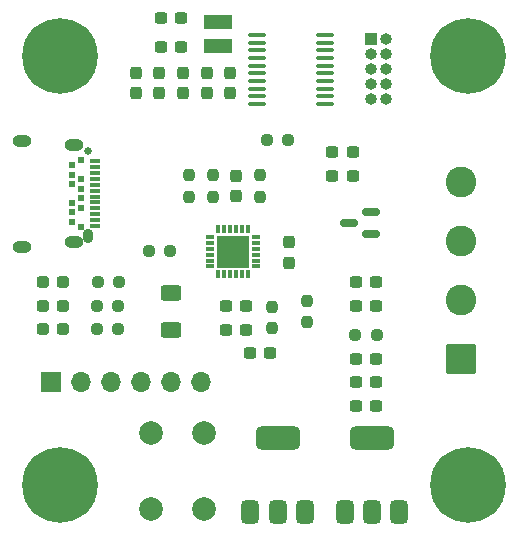
<source format=gbr>
%TF.GenerationSoftware,KiCad,Pcbnew,9.0.0*%
%TF.CreationDate,2025-08-18T10:04:00-07:00*%
%TF.ProjectId,USB_C_Simple_Trig,5553425f-435f-4536-996d-706c655f5472,rev?*%
%TF.SameCoordinates,Original*%
%TF.FileFunction,Soldermask,Top*%
%TF.FilePolarity,Negative*%
%FSLAX46Y46*%
G04 Gerber Fmt 4.6, Leading zero omitted, Abs format (unit mm)*
G04 Created by KiCad (PCBNEW 9.0.0) date 2025-08-18 10:04:00*
%MOMM*%
%LPD*%
G01*
G04 APERTURE LIST*
G04 Aperture macros list*
%AMRoundRect*
0 Rectangle with rounded corners*
0 $1 Rounding radius*
0 $2 $3 $4 $5 $6 $7 $8 $9 X,Y pos of 4 corners*
0 Add a 4 corners polygon primitive as box body*
4,1,4,$2,$3,$4,$5,$6,$7,$8,$9,$2,$3,0*
0 Add four circle primitives for the rounded corners*
1,1,$1+$1,$2,$3*
1,1,$1+$1,$4,$5*
1,1,$1+$1,$6,$7*
1,1,$1+$1,$8,$9*
0 Add four rect primitives between the rounded corners*
20,1,$1+$1,$2,$3,$4,$5,0*
20,1,$1+$1,$4,$5,$6,$7,0*
20,1,$1+$1,$6,$7,$8,$9,0*
20,1,$1+$1,$8,$9,$2,$3,0*%
G04 Aperture macros list end*
%ADD10RoundRect,0.237500X-0.287500X-0.237500X0.287500X-0.237500X0.287500X0.237500X-0.287500X0.237500X0*%
%ADD11RoundRect,0.237500X-0.250000X-0.237500X0.250000X-0.237500X0.250000X0.237500X-0.250000X0.237500X0*%
%ADD12RoundRect,0.237500X-0.300000X-0.237500X0.300000X-0.237500X0.300000X0.237500X-0.300000X0.237500X0*%
%ADD13R,1.000000X1.000000*%
%ADD14O,1.000000X1.000000*%
%ADD15RoundRect,0.237500X0.300000X0.237500X-0.300000X0.237500X-0.300000X-0.237500X0.300000X-0.237500X0*%
%ADD16RoundRect,0.237500X0.250000X0.237500X-0.250000X0.237500X-0.250000X-0.237500X0.250000X-0.237500X0*%
%ADD17C,6.400000*%
%ADD18RoundRect,0.375000X0.375000X-0.625000X0.375000X0.625000X-0.375000X0.625000X-0.375000X-0.625000X0*%
%ADD19RoundRect,0.500000X1.400000X-0.500000X1.400000X0.500000X-1.400000X0.500000X-1.400000X-0.500000X0*%
%ADD20RoundRect,0.237500X-0.237500X0.300000X-0.237500X-0.300000X0.237500X-0.300000X0.237500X0.300000X0*%
%ADD21C,2.000000*%
%ADD22C,0.660400*%
%ADD23O,1.600200X1.016000*%
%ADD24O,0.914400X1.193800*%
%ADD25R,0.889000X0.304800*%
%ADD26C,0.609600*%
%ADD27RoundRect,0.250000X1.050000X-1.050000X1.050000X1.050000X-1.050000X1.050000X-1.050000X-1.050000X0*%
%ADD28C,2.600000*%
%ADD29RoundRect,0.100000X-0.637500X-0.100000X0.637500X-0.100000X0.637500X0.100000X-0.637500X0.100000X0*%
%ADD30RoundRect,0.237500X0.237500X-0.250000X0.237500X0.250000X-0.237500X0.250000X-0.237500X-0.250000X0*%
%ADD31R,1.700000X1.700000*%
%ADD32O,1.700000X1.700000*%
%ADD33RoundRect,0.237500X-0.237500X0.250000X-0.237500X-0.250000X0.237500X-0.250000X0.237500X0.250000X0*%
%ADD34RoundRect,0.237500X0.237500X-0.300000X0.237500X0.300000X-0.237500X0.300000X-0.237500X-0.300000X0*%
%ADD35R,2.387600X1.193800*%
%ADD36RoundRect,0.250000X-0.625000X0.400000X-0.625000X-0.400000X0.625000X-0.400000X0.625000X0.400000X0*%
%ADD37R,0.300000X0.750000*%
%ADD38R,0.750000X0.300000*%
%ADD39R,2.700000X2.700000*%
%ADD40RoundRect,0.150000X0.587500X0.150000X-0.587500X0.150000X-0.587500X-0.150000X0.587500X-0.150000X0*%
G04 APERTURE END LIST*
D10*
%TO.C,D2*%
X121625000Y-108500000D03*
X123375000Y-108500000D03*
%TD*%
D11*
%TO.C,R9*%
X126175000Y-112500000D03*
X128000000Y-112500000D03*
%TD*%
D12*
%TO.C,C4*%
X139137500Y-114500000D03*
X140862500Y-114500000D03*
%TD*%
%TO.C,C2*%
X137137500Y-110500000D03*
X138862500Y-110500000D03*
%TD*%
D13*
%TO.C,J4*%
X149375000Y-87920000D03*
D14*
X150645000Y-87920000D03*
X149375000Y-89190000D03*
X150645000Y-89190000D03*
X149375000Y-90460000D03*
X150645000Y-90460000D03*
X149375000Y-91730000D03*
X150645000Y-91730000D03*
X149375000Y-93000000D03*
X150645000Y-93000000D03*
%TD*%
D15*
%TO.C,C9*%
X149862500Y-117000000D03*
X148137500Y-117000000D03*
%TD*%
D16*
%TO.C,R2*%
X128087500Y-108500000D03*
X126262500Y-108500000D03*
%TD*%
D17*
%TO.C,H4*%
X123100000Y-125700000D03*
%TD*%
D18*
%TO.C,Q2*%
X149500000Y-128000000D03*
D19*
X149500000Y-121700000D03*
D18*
X147200000Y-128000000D03*
X151800000Y-128000000D03*
%TD*%
D20*
%TO.C,C21*%
X137500000Y-90762500D03*
X137500000Y-92487500D03*
%TD*%
D21*
%TO.C,SW1*%
X135250000Y-121250000D03*
X135250000Y-127750000D03*
X130750000Y-121250000D03*
X130750000Y-127750000D03*
%TD*%
D11*
%TO.C,R12*%
X130587500Y-105850000D03*
X132412500Y-105850000D03*
%TD*%
D22*
%TO.C,J1*%
X125487400Y-97406200D03*
D23*
X124247400Y-96876201D03*
X119847400Y-96516199D03*
X124247400Y-105136199D03*
X119847400Y-105496201D03*
D24*
X125487400Y-104606200D03*
D25*
X126052400Y-98255507D03*
X126052400Y-98755633D03*
X126052400Y-99255759D03*
X126052400Y-99755885D03*
X126052400Y-100256011D03*
X126052400Y-100756137D03*
X126052400Y-101256263D03*
X126052400Y-101756389D03*
X126052400Y-102256515D03*
X126052400Y-102756641D03*
X126052400Y-103256767D03*
X126052400Y-103756893D03*
D26*
X124837400Y-103806393D03*
X124137400Y-103406267D03*
X124137400Y-102606141D03*
X124837400Y-102206015D03*
X124137400Y-101781389D03*
X124837400Y-101418763D03*
X124837400Y-100618637D03*
X124137400Y-100181011D03*
X124837400Y-99806385D03*
X124137400Y-99406259D03*
X124137400Y-98606133D03*
X124837400Y-98206007D03*
%TD*%
D17*
%TO.C,H3*%
X123100000Y-89400000D03*
%TD*%
D12*
%TO.C,C6*%
X148137500Y-110500000D03*
X149862500Y-110500000D03*
%TD*%
D27*
%TO.C,J2*%
X157000000Y-115000000D03*
D28*
X157000000Y-110000000D03*
X157000000Y-105000000D03*
X157000000Y-100000000D03*
%TD*%
D29*
%TO.C,U5*%
X139775000Y-87575000D03*
X139775000Y-88225000D03*
X139775000Y-88875000D03*
X139775000Y-89525000D03*
X139775000Y-90175000D03*
X139775000Y-90825000D03*
X139775000Y-91475000D03*
X139775000Y-92125000D03*
X139775000Y-92775000D03*
X139775000Y-93425000D03*
X145500000Y-93425000D03*
X145500000Y-92775000D03*
X145500000Y-92125000D03*
X145500000Y-91475000D03*
X145500000Y-90825000D03*
X145500000Y-90175000D03*
X145500000Y-89525000D03*
X145500000Y-88875000D03*
X145500000Y-88225000D03*
X145500000Y-87575000D03*
%TD*%
D30*
%TO.C,R11*%
X141000000Y-112412500D03*
X141000000Y-110587500D03*
%TD*%
D12*
%TO.C,C3*%
X137137500Y-112520000D03*
X138862500Y-112520000D03*
%TD*%
D18*
%TO.C,Q1*%
X141500000Y-128000000D03*
D19*
X141500000Y-121700000D03*
D18*
X139200000Y-128000000D03*
X143800000Y-128000000D03*
%TD*%
D31*
%TO.C,J3*%
X122340000Y-117000000D03*
D32*
X124880000Y-117000000D03*
X127420000Y-117000000D03*
X129960000Y-117000000D03*
X132500000Y-117000000D03*
X135040000Y-117000000D03*
%TD*%
D33*
%TO.C,R5*%
X134000000Y-99437500D03*
X134000000Y-101262500D03*
%TD*%
D20*
%TO.C,C19*%
X133500000Y-90762500D03*
X133500000Y-92487500D03*
%TD*%
D15*
%TO.C,C10*%
X149862500Y-115000000D03*
X148137500Y-115000000D03*
%TD*%
D20*
%TO.C,C20*%
X135500000Y-90762500D03*
X135500000Y-92487500D03*
%TD*%
%TO.C,C7*%
X142500000Y-105137500D03*
X142500000Y-106862500D03*
%TD*%
D12*
%TO.C,C22*%
X131637500Y-86125000D03*
X133362500Y-86125000D03*
%TD*%
D34*
%TO.C,C1*%
X138000000Y-101212500D03*
X138000000Y-99487500D03*
%TD*%
D12*
%TO.C,C25*%
X146137500Y-97490000D03*
X147862500Y-97490000D03*
%TD*%
D30*
%TO.C,R6*%
X140000000Y-101262500D03*
X140000000Y-99437500D03*
%TD*%
D12*
%TO.C,C23*%
X131637500Y-88625000D03*
X133362500Y-88625000D03*
%TD*%
D10*
%TO.C,D1*%
X121625000Y-110500000D03*
X123375000Y-110500000D03*
%TD*%
D20*
%TO.C,C17*%
X129500000Y-90762500D03*
X129500000Y-92487500D03*
%TD*%
D17*
%TO.C,H1*%
X157600000Y-89400000D03*
%TD*%
%TO.C,H2*%
X157600000Y-125700000D03*
%TD*%
D33*
%TO.C,R4*%
X136000000Y-99437500D03*
X136000000Y-101262500D03*
%TD*%
D30*
%TO.C,R10*%
X144000000Y-111912500D03*
X144000000Y-110087500D03*
%TD*%
D20*
%TO.C,C18*%
X131500000Y-90762500D03*
X131500000Y-92487500D03*
%TD*%
D12*
%TO.C,C5*%
X148137500Y-108500000D03*
X149862500Y-108500000D03*
%TD*%
D10*
%TO.C,D3*%
X121625000Y-112500000D03*
X123375000Y-112500000D03*
%TD*%
D35*
%TO.C,Y1*%
X136500000Y-88503300D03*
X136500000Y-86496700D03*
%TD*%
D11*
%TO.C,R1*%
X126175000Y-110500000D03*
X128000000Y-110500000D03*
%TD*%
D36*
%TO.C,R3*%
X132500000Y-109450000D03*
X132500000Y-112550000D03*
%TD*%
D15*
%TO.C,C8*%
X149862500Y-119020000D03*
X148137500Y-119020000D03*
%TD*%
D12*
%TO.C,C24*%
X146137500Y-99500000D03*
X147862500Y-99500000D03*
%TD*%
D37*
%TO.C,IC1*%
X136500000Y-107850000D03*
X137000000Y-107850000D03*
X137500000Y-107850000D03*
X138000000Y-107850000D03*
X138500000Y-107850000D03*
X139000000Y-107850000D03*
D38*
X139675000Y-107175000D03*
X139675000Y-106675000D03*
X139675000Y-106175000D03*
X139675000Y-105675000D03*
X139675000Y-105175000D03*
X139675000Y-104675000D03*
D37*
X139000000Y-104000000D03*
X138500000Y-104000000D03*
X138000000Y-104000000D03*
X137500000Y-104000000D03*
X137000000Y-104000000D03*
X136500000Y-104000000D03*
D38*
X135825000Y-104675000D03*
X135825000Y-105175000D03*
X135825000Y-105675000D03*
X135825000Y-106175000D03*
X135825000Y-106675000D03*
X135825000Y-107175000D03*
D39*
X137750000Y-105925000D03*
%TD*%
D16*
%TO.C,R8*%
X142412500Y-96500000D03*
X140587500Y-96500000D03*
%TD*%
D11*
%TO.C,R7*%
X148087500Y-113000000D03*
X149912500Y-113000000D03*
%TD*%
D40*
%TO.C,U10*%
X149437500Y-104450000D03*
X149437500Y-102550000D03*
X147562500Y-103500000D03*
%TD*%
M02*

</source>
